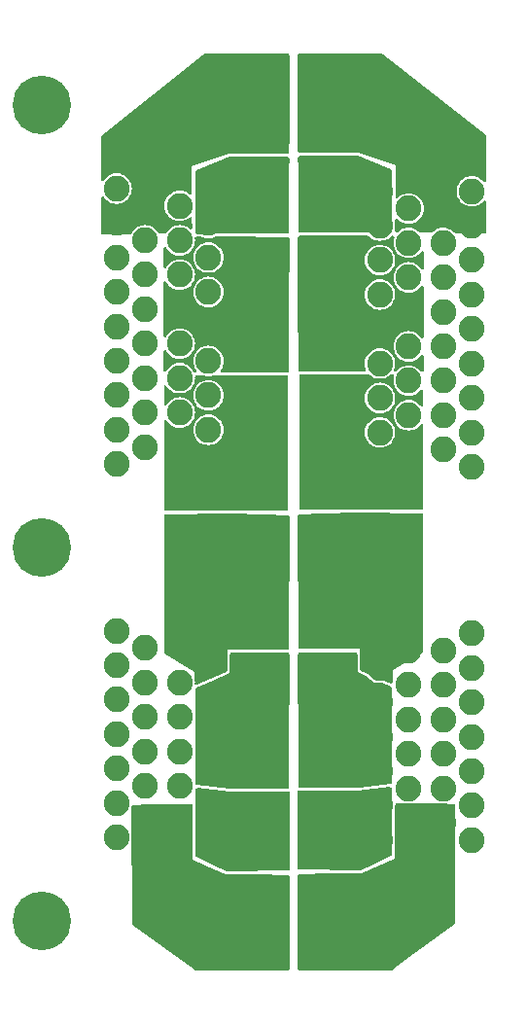
<source format=gbr>
%TF.GenerationSoftware,KiCad,Pcbnew,(6.0.8)*%
%TF.CreationDate,2024-08-14T07:32:42+02:00*%
%TF.ProjectId,FUSE_TestBoard,46555345-5f54-4657-9374-426f6172642e,rev?*%
%TF.SameCoordinates,Original*%
%TF.FileFunction,Copper,L1,Top*%
%TF.FilePolarity,Positive*%
%FSLAX46Y46*%
G04 Gerber Fmt 4.6, Leading zero omitted, Abs format (unit mm)*
G04 Created by KiCad (PCBNEW (6.0.8)) date 2024-08-14 07:32:42*
%MOMM*%
%LPD*%
G01*
G04 APERTURE LIST*
G04 Aperture macros list*
%AMRoundRect*
0 Rectangle with rounded corners*
0 $1 Rounding radius*
0 $2 $3 $4 $5 $6 $7 $8 $9 X,Y pos of 4 corners*
0 Add a 4 corners polygon primitive as box body*
4,1,4,$2,$3,$4,$5,$6,$7,$8,$9,$2,$3,0*
0 Add four circle primitives for the rounded corners*
1,1,$1+$1,$2,$3*
1,1,$1+$1,$4,$5*
1,1,$1+$1,$6,$7*
1,1,$1+$1,$8,$9*
0 Add four rect primitives between the rounded corners*
20,1,$1+$1,$2,$3,$4,$5,0*
20,1,$1+$1,$4,$5,$6,$7,0*
20,1,$1+$1,$6,$7,$8,$9,0*
20,1,$1+$1,$8,$9,$2,$3,0*%
G04 Aperture macros list end*
%TA.AperFunction,ComponentPad*%
%ADD10C,2.250000*%
%TD*%
%TA.AperFunction,SMDPad,CuDef*%
%ADD11RoundRect,0.250001X-0.462499X-0.624999X0.462499X-0.624999X0.462499X0.624999X-0.462499X0.624999X0*%
%TD*%
%TA.AperFunction,ComponentPad*%
%ADD12C,5.100000*%
%TD*%
G04 APERTURE END LIST*
D10*
%TO.P,J2,1,1*%
%TO.N,HP_MOS7_B*%
X183587300Y-85278000D03*
%TO.P,J2,2,2*%
%TO.N,LP_MOS7*%
X186087300Y-86778000D03*
%TO.P,J2,3,3*%
%TO.N,HP_MOS7_B*%
X183587300Y-88278000D03*
%TO.P,J2,4,4*%
%TO.N,unconnected-(J2-Pad4)*%
X186087300Y-89778000D03*
%TO.P,J2,5,5*%
%TO.N,LP_MOS6*%
X183587300Y-91278000D03*
%TO.P,J2,6,6*%
%TO.N,unconnected-(J2-Pad6)*%
X186087300Y-92778000D03*
%TO.P,J2,7,7*%
%TO.N,LP_MOS5*%
X183587300Y-94278000D03*
%TO.P,J2,8,8*%
%TO.N,HP_MOS6_B*%
X186087300Y-95778000D03*
%TO.P,J2,9,9*%
X183587300Y-97278000D03*
%TO.P,J2,10,10*%
%TO.N,GND*%
X186087300Y-98778000D03*
%TO.P,J2,11,11*%
%TO.N,LP_MOS4*%
X183587300Y-100278000D03*
%TO.P,J2,12,12*%
%TO.N,GND*%
X186087300Y-101778000D03*
%TO.P,J2,13,13*%
%TO.N,LP_MOS3*%
X183587300Y-103278000D03*
%TO.P,J2,14,14*%
%TO.N,GND*%
X186087300Y-104778000D03*
%TO.P,J2,15,15*%
%TO.N,LP_MOS2*%
X183587300Y-106278000D03*
%TO.P,J2,16,16*%
%TO.N,HP_MOS5_B*%
X186087300Y-107778000D03*
%TO.P,J2,17,17*%
X183587300Y-109278000D03*
%TO.P,J2,18,18*%
%TO.N,LP_MOS8*%
X191587300Y-85278000D03*
%TO.P,J2,19,19*%
%TO.N,HP_MOS8_B*%
X189087300Y-86778000D03*
%TO.P,J2,20,20*%
X191587300Y-88278000D03*
%TO.P,J2,21,21*%
%TO.N,+12VA*%
X189087300Y-89778000D03*
%TO.P,J2,22,22*%
X191587300Y-91278000D03*
%TO.P,J2,23,23*%
%TO.N,+3.3VP*%
X189087300Y-92778000D03*
%TO.P,J2,24,24*%
X191587300Y-94278000D03*
%TO.P,J2,25,25*%
%TO.N,+5VL*%
X189087300Y-95778000D03*
%TO.P,J2,26,26*%
X191587300Y-97278000D03*
%TO.P,J2,27,27*%
%TO.N,GND*%
X189087300Y-98778000D03*
%TO.P,J2,28,28*%
X191587300Y-100278000D03*
%TO.P,J2,29,29*%
X189087300Y-101778000D03*
%TO.P,J2,30,30*%
X191587300Y-103278000D03*
%TO.P,J2,31,31*%
X189087300Y-104778000D03*
%TO.P,J2,32,32*%
X191587300Y-106278000D03*
%TO.P,J2,33,33*%
%TO.N,SAFETY_IN*%
X189087300Y-107778000D03*
%TO.P,J2,34,34*%
%TO.N,LP_MOS1*%
X191587300Y-109278000D03*
%TO.P,J2,35,35*%
%TO.N,HP_MOS4_B*%
X183587300Y-123778000D03*
%TO.P,J2,36,36*%
X186087300Y-125278000D03*
%TO.P,J2,37,37*%
X183587300Y-126778000D03*
%TO.P,J2,38,38*%
%TO.N,CAN1_L*%
X186087300Y-128278000D03*
%TO.P,J2,39,39*%
%TO.N,HP_MOS3_B*%
X183587300Y-129778000D03*
%TO.P,J2,40,40*%
%TO.N,CAN1_H*%
X186087300Y-131278000D03*
%TO.P,J2,41,41*%
%TO.N,HP_MOS3_B*%
X183587300Y-132778000D03*
%TO.P,J2,42,42*%
%TO.N,CAN2_L*%
X186087300Y-134278000D03*
%TO.P,J2,43,43*%
%TO.N,HP_MOS3_B*%
X183587300Y-135778000D03*
%TO.P,J2,44,44*%
%TO.N,CAN2_H*%
X186087300Y-137278000D03*
%TO.P,J2,45,45*%
%TO.N,HP_MOS2_B*%
X183587300Y-138778000D03*
%TO.P,J2,46,46*%
%TO.N,HP_MOS1_B*%
X186087300Y-140278000D03*
%TO.P,J2,47,47*%
%TO.N,HP_MOS2_B*%
X183587300Y-141778000D03*
%TO.P,J2,48,48*%
%TO.N,ADC_IN1*%
X191587300Y-123778000D03*
%TO.P,J2,49,49*%
%TO.N,ADC_IN2*%
X189087300Y-125278000D03*
%TO.P,J2,50,50*%
%TO.N,ADC_IN3*%
X191587300Y-126778000D03*
%TO.P,J2,51,51*%
%TO.N,ADC_IN4*%
X189087300Y-128278000D03*
%TO.P,J2,52,52*%
%TO.N,CONN_AD_IN5*%
X191587300Y-129778000D03*
%TO.P,J2,53,53*%
%TO.N,CONN_AD_IN6*%
X189087300Y-131278000D03*
%TO.P,J2,54,54*%
%TO.N,CONN_AD_IN7*%
X191587300Y-132778000D03*
%TO.P,J2,55,55*%
%TO.N,CONN_AD_IN8*%
X189087300Y-134278000D03*
%TO.P,J2,56,56*%
%TO.N,GND*%
X191587300Y-135778000D03*
%TO.P,J2,57,57*%
X189087300Y-137278000D03*
%TO.P,J2,58,58*%
X191587300Y-138778000D03*
%TO.P,J2,59,59*%
%TO.N,HP_MOS1_B*%
X189087300Y-140278000D03*
%TO.P,J2,60,60*%
%TO.N,GND*%
X191587300Y-141778000D03*
%TD*%
D11*
%TO.P,F8,1*%
%TO.N,HP_MOS8*%
X174525000Y-80200000D03*
%TO.P,F8,2*%
%TO.N,HP_MOS8_B*%
X177500000Y-80200000D03*
%TD*%
%TO.P,F7,1*%
%TO.N,HP_MOS7*%
X174525000Y-86400000D03*
%TO.P,F7,2*%
%TO.N,HP_MOS7_B*%
X177500000Y-86400000D03*
%TD*%
%TO.P,F6,1*%
%TO.N,HP_MOS6*%
X174525000Y-96700000D03*
%TO.P,F6,2*%
%TO.N,HP_MOS6_B*%
X177500000Y-96700000D03*
%TD*%
%TO.P,F5,1*%
%TO.N,HP_MOS5*%
X174525000Y-108700000D03*
%TO.P,F5,2*%
%TO.N,HP_MOS5_B*%
X177500000Y-108700000D03*
%TD*%
%TO.P,F4,1*%
%TO.N,HP_MOS4*%
X174512500Y-120300000D03*
%TO.P,F4,2*%
%TO.N,HP_MOS4_B*%
X177487500Y-120300000D03*
%TD*%
%TO.P,F3,2*%
%TO.N,HP_MOS3_B*%
X177487500Y-133100000D03*
%TO.P,F3,1*%
%TO.N,HP_MOS3*%
X174512500Y-133100000D03*
%TD*%
%TO.P,F2,1*%
%TO.N,HP_MOS2*%
X174525000Y-139800000D03*
%TO.P,F2,2*%
%TO.N,HP_MOS2_B*%
X177500000Y-139800000D03*
%TD*%
%TO.P,F1,1*%
%TO.N,HP_MOS1*%
X174512500Y-147500000D03*
%TO.P,F1,2*%
%TO.N,HP_MOS1_B*%
X177487500Y-147500000D03*
%TD*%
D10*
%TO.P,J1,1,1*%
%TO.N,HP_MOS7*%
X168650000Y-85050000D03*
%TO.P,J1,2,2*%
%TO.N,LP_MOS7*%
X166150000Y-86550000D03*
%TO.P,J1,3,3*%
%TO.N,HP_MOS7*%
X168650000Y-88050000D03*
%TO.P,J1,4,4*%
%TO.N,unconnected-(J1-Pad4)*%
X166150000Y-89550000D03*
%TO.P,J1,5,5*%
%TO.N,LP_MOS6*%
X168650000Y-91050000D03*
%TO.P,J1,6,6*%
%TO.N,unconnected-(J1-Pad6)*%
X166150000Y-92550000D03*
%TO.P,J1,7,7*%
%TO.N,LP_MOS5*%
X168650000Y-94050000D03*
%TO.P,J1,8,8*%
%TO.N,HP_MOS6*%
X166150000Y-95550000D03*
%TO.P,J1,9,9*%
X168650000Y-97050000D03*
%TO.P,J1,10,10*%
%TO.N,GND*%
X166150000Y-98550000D03*
%TO.P,J1,11,11*%
%TO.N,LP_MOS4*%
X168650000Y-100050000D03*
%TO.P,J1,12,12*%
%TO.N,GND*%
X166150000Y-101550000D03*
%TO.P,J1,13,13*%
%TO.N,LP_MOS3*%
X168650000Y-103050000D03*
%TO.P,J1,14,14*%
%TO.N,GND*%
X166150000Y-104550000D03*
%TO.P,J1,15,15*%
%TO.N,LP_MOS2*%
X168650000Y-106050000D03*
%TO.P,J1,16,16*%
%TO.N,HP_MOS5*%
X166150000Y-107550000D03*
%TO.P,J1,17,17*%
X168650000Y-109050000D03*
%TO.P,J1,18,18*%
%TO.N,LP_MOS8*%
X160650000Y-85050000D03*
%TO.P,J1,19,19*%
%TO.N,HP_MOS8*%
X163150000Y-86550000D03*
%TO.P,J1,20,20*%
X160650000Y-88050000D03*
%TO.P,J1,21,21*%
%TO.N,+12VA*%
X163150000Y-89550000D03*
%TO.P,J1,22,22*%
X160650000Y-91050000D03*
%TO.P,J1,23,23*%
%TO.N,+3.3VP*%
X163150000Y-92550000D03*
%TO.P,J1,24,24*%
X160650000Y-94050000D03*
%TO.P,J1,25,25*%
%TO.N,+5VL*%
X163150000Y-95550000D03*
%TO.P,J1,26,26*%
X160650000Y-97050000D03*
%TO.P,J1,27,27*%
%TO.N,GND*%
X163150000Y-98550000D03*
%TO.P,J1,28,28*%
X160650000Y-100050000D03*
%TO.P,J1,29,29*%
X163150000Y-101550000D03*
%TO.P,J1,30,30*%
X160650000Y-103050000D03*
%TO.P,J1,31,31*%
X163150000Y-104550000D03*
%TO.P,J1,32,32*%
X160650000Y-106050000D03*
%TO.P,J1,33,33*%
%TO.N,SAFETY_IN*%
X163150000Y-107550000D03*
%TO.P,J1,34,34*%
%TO.N,LP_MOS1*%
X160650000Y-109050000D03*
%TO.P,J1,35,35*%
%TO.N,HP_MOS4*%
X168650000Y-123550000D03*
%TO.P,J1,36,36*%
X166150000Y-125050000D03*
%TO.P,J1,37,37*%
X168650000Y-126550000D03*
%TO.P,J1,38,38*%
%TO.N,CAN1_L*%
X166150000Y-128050000D03*
%TO.P,J1,39,39*%
%TO.N,HP_MOS3*%
X168650000Y-129550000D03*
%TO.P,J1,40,40*%
%TO.N,CAN1_H*%
X166150000Y-131050000D03*
%TO.P,J1,41,41*%
%TO.N,HP_MOS3*%
X168650000Y-132550000D03*
%TO.P,J1,42,42*%
%TO.N,CAN2_L*%
X166150000Y-134050000D03*
%TO.P,J1,43,43*%
%TO.N,HP_MOS3*%
X168650000Y-135550000D03*
%TO.P,J1,44,44*%
%TO.N,CAN2_H*%
X166150000Y-137050000D03*
%TO.P,J1,45,45*%
%TO.N,HP_MOS2*%
X168650000Y-138550000D03*
%TO.P,J1,46,46*%
%TO.N,HP_MOS1*%
X166150000Y-140050000D03*
%TO.P,J1,47,47*%
%TO.N,HP_MOS2*%
X168650000Y-141550000D03*
%TO.P,J1,48,48*%
%TO.N,ADC_IN1*%
X160650000Y-123550000D03*
%TO.P,J1,49,49*%
%TO.N,ADC_IN2*%
X163150000Y-125050000D03*
%TO.P,J1,50,50*%
%TO.N,ADC_IN3*%
X160650000Y-126550000D03*
%TO.P,J1,51,51*%
%TO.N,ADC_IN4*%
X163150000Y-128050000D03*
%TO.P,J1,52,52*%
%TO.N,CONN_AD_IN5*%
X160650000Y-129550000D03*
%TO.P,J1,53,53*%
%TO.N,CONN_AD_IN6*%
X163150000Y-131050000D03*
%TO.P,J1,54,54*%
%TO.N,CONN_AD_IN7*%
X160650000Y-132550000D03*
%TO.P,J1,55,55*%
%TO.N,CONN_AD_IN8*%
X163150000Y-134050000D03*
%TO.P,J1,56,56*%
%TO.N,GND*%
X160650000Y-135550000D03*
%TO.P,J1,57,57*%
X163150000Y-137050000D03*
%TO.P,J1,58,58*%
X160650000Y-138550000D03*
%TO.P,J1,59,59*%
%TO.N,HP_MOS1*%
X163150000Y-140050000D03*
%TO.P,J1,60,60*%
%TO.N,GND*%
X160650000Y-141550000D03*
D12*
%TO.P,J1,MH1,MH1*%
%TO.N,unconnected-(J1-PadMH1)*%
X154150000Y-77800000D03*
%TO.P,J1,MH2,MH2*%
%TO.N,unconnected-(J1-PadMH2)*%
X154150000Y-116300000D03*
%TO.P,J1,MH3,MH3*%
%TO.N,unconnected-(J1-PadMH3)*%
X154150000Y-148800000D03*
%TD*%
%TA.AperFunction,Conductor*%
%TO.N,HP_MOS4*%
G36*
X170528436Y-113365253D02*
G01*
X173528662Y-113443284D01*
X175573240Y-113496461D01*
X175640818Y-113518227D01*
X175685900Y-113573073D01*
X175695964Y-113622504D01*
X175688134Y-125059149D01*
X175668085Y-125127256D01*
X175614398Y-125173712D01*
X175562142Y-125185063D01*
X171710609Y-125185321D01*
X170526400Y-125185400D01*
X170524515Y-125185515D01*
X170524504Y-125185515D01*
X170304481Y-125198900D01*
X170286400Y-125200000D01*
X170286400Y-127016800D01*
X170266398Y-127084921D01*
X170209884Y-127132676D01*
X168048999Y-128055474D01*
X167651330Y-128225297D01*
X167580828Y-128233656D01*
X167516998Y-128202570D01*
X167480107Y-128141911D01*
X167476325Y-128098439D01*
X167480084Y-128055474D01*
X167480563Y-128050000D01*
X167460349Y-127818950D01*
X167458925Y-127813635D01*
X167457970Y-127808219D01*
X167458220Y-127808175D01*
X167455041Y-127787390D01*
X167427154Y-127118099D01*
X167426400Y-127100000D01*
X164837274Y-125536754D01*
X164789297Y-125484422D01*
X164776400Y-125428890D01*
X164776400Y-113525240D01*
X164796402Y-113457119D01*
X164850058Y-113410626D01*
X164901637Y-113399242D01*
X170524408Y-113365212D01*
X170528436Y-113365253D01*
G37*
%TD.AperFunction*%
%TD*%
%TA.AperFunction,Conductor*%
%TO.N,HP_MOS5*%
G36*
X167928354Y-101310487D02*
G01*
X168218617Y-101311048D01*
X168250982Y-101315342D01*
X168413629Y-101358924D01*
X168413637Y-101358925D01*
X168418950Y-101360349D01*
X168650000Y-101380563D01*
X168881050Y-101360349D01*
X169042838Y-101316998D01*
X169075689Y-101312705D01*
X173276294Y-101320825D01*
X175476877Y-101325079D01*
X175544959Y-101345213D01*
X175591348Y-101398958D01*
X175602633Y-101451094D01*
X175601263Y-112974512D01*
X175581253Y-113042630D01*
X175527592Y-113089117D01*
X175475439Y-113100497D01*
X164905376Y-113115224D01*
X164837227Y-113095317D01*
X164790659Y-113041726D01*
X164779200Y-112989224D01*
X164779200Y-106050000D01*
X167319437Y-106050000D01*
X167339651Y-106281050D01*
X167399680Y-106505079D01*
X167402005Y-106510064D01*
X167495373Y-106710294D01*
X167495376Y-106710299D01*
X167497699Y-106715281D01*
X167630730Y-106905269D01*
X167794731Y-107069270D01*
X167984718Y-107202301D01*
X167989700Y-107204624D01*
X167989705Y-107204627D01*
X168096616Y-107254480D01*
X168194921Y-107300320D01*
X168418950Y-107360349D01*
X168650000Y-107380563D01*
X168881050Y-107360349D01*
X169105079Y-107300320D01*
X169203384Y-107254480D01*
X169310295Y-107204627D01*
X169310300Y-107204624D01*
X169315282Y-107202301D01*
X169505269Y-107069270D01*
X169669270Y-106905269D01*
X169802301Y-106715281D01*
X169804624Y-106710299D01*
X169804627Y-106710294D01*
X169897995Y-106510064D01*
X169900320Y-106505079D01*
X169960349Y-106281050D01*
X169980563Y-106050000D01*
X169960349Y-105818950D01*
X169900320Y-105594921D01*
X169811884Y-105405269D01*
X169804627Y-105389706D01*
X169804624Y-105389701D01*
X169802301Y-105384719D01*
X169694373Y-105230582D01*
X169672429Y-105199242D01*
X169672427Y-105199239D01*
X169669270Y-105194731D01*
X169505269Y-105030730D01*
X169315282Y-104897699D01*
X169310300Y-104895376D01*
X169310295Y-104895373D01*
X169203384Y-104845520D01*
X169105079Y-104799680D01*
X168881050Y-104739651D01*
X168650000Y-104719437D01*
X168418950Y-104739651D01*
X168194921Y-104799680D01*
X168096771Y-104845448D01*
X167989706Y-104895373D01*
X167989701Y-104895376D01*
X167984719Y-104897699D01*
X167980212Y-104900855D01*
X167980210Y-104900856D01*
X167799242Y-105027571D01*
X167799239Y-105027573D01*
X167794731Y-105030730D01*
X167630730Y-105194731D01*
X167627573Y-105199239D01*
X167627571Y-105199242D01*
X167605627Y-105230582D01*
X167497699Y-105384719D01*
X167495376Y-105389701D01*
X167495373Y-105389706D01*
X167488116Y-105405269D01*
X167399680Y-105594921D01*
X167339651Y-105818950D01*
X167319437Y-106050000D01*
X164779200Y-106050000D01*
X164779200Y-105302853D01*
X164799202Y-105234732D01*
X164852858Y-105188239D01*
X164923132Y-105178135D01*
X164987712Y-105207629D01*
X165008413Y-105230582D01*
X165119833Y-105389706D01*
X165130730Y-105405269D01*
X165294731Y-105569270D01*
X165484718Y-105702301D01*
X165489700Y-105704624D01*
X165489705Y-105704627D01*
X165596616Y-105754480D01*
X165694921Y-105800320D01*
X165918950Y-105860349D01*
X166150000Y-105880563D01*
X166381050Y-105860349D01*
X166605079Y-105800320D01*
X166703384Y-105754480D01*
X166810295Y-105704627D01*
X166810300Y-105704624D01*
X166815282Y-105702301D01*
X167005269Y-105569270D01*
X167169270Y-105405269D01*
X167180168Y-105389706D01*
X167299144Y-105219790D01*
X167299145Y-105219788D01*
X167302301Y-105215281D01*
X167304624Y-105210299D01*
X167304627Y-105210294D01*
X167354552Y-105103229D01*
X167400320Y-105005079D01*
X167460349Y-104781050D01*
X167480563Y-104550000D01*
X167460349Y-104318950D01*
X167400320Y-104094921D01*
X167311884Y-103905269D01*
X167304627Y-103889706D01*
X167304624Y-103889701D01*
X167302301Y-103884719D01*
X167262462Y-103827823D01*
X167172429Y-103699242D01*
X167172427Y-103699239D01*
X167169270Y-103694731D01*
X167005269Y-103530730D01*
X166815282Y-103397699D01*
X166810300Y-103395376D01*
X166810295Y-103395373D01*
X166703384Y-103345520D01*
X166605079Y-103299680D01*
X166381050Y-103239651D01*
X166150000Y-103219437D01*
X165918950Y-103239651D01*
X165694921Y-103299680D01*
X165596771Y-103345448D01*
X165489706Y-103395373D01*
X165489701Y-103395376D01*
X165484719Y-103397699D01*
X165480212Y-103400855D01*
X165480210Y-103400856D01*
X165299242Y-103527571D01*
X165299239Y-103527573D01*
X165294731Y-103530730D01*
X165130730Y-103694731D01*
X165127573Y-103699239D01*
X165127571Y-103699242D01*
X165008413Y-103869418D01*
X164952956Y-103913746D01*
X164882337Y-103921055D01*
X164818976Y-103889024D01*
X164782991Y-103827823D01*
X164779200Y-103797147D01*
X164779200Y-103050000D01*
X167319437Y-103050000D01*
X167339651Y-103281050D01*
X167399680Y-103505079D01*
X167445448Y-103603229D01*
X167495373Y-103710294D01*
X167495376Y-103710299D01*
X167497699Y-103715281D01*
X167500855Y-103719788D01*
X167500856Y-103719790D01*
X167619833Y-103889706D01*
X167630730Y-103905269D01*
X167794731Y-104069270D01*
X167984718Y-104202301D01*
X167989700Y-104204624D01*
X167989705Y-104204627D01*
X168096616Y-104254480D01*
X168194921Y-104300320D01*
X168418950Y-104360349D01*
X168650000Y-104380563D01*
X168881050Y-104360349D01*
X169105079Y-104300320D01*
X169203384Y-104254480D01*
X169310295Y-104204627D01*
X169310300Y-104204624D01*
X169315282Y-104202301D01*
X169505269Y-104069270D01*
X169669270Y-103905269D01*
X169680168Y-103889706D01*
X169799144Y-103719790D01*
X169799145Y-103719788D01*
X169802301Y-103715281D01*
X169804624Y-103710299D01*
X169804627Y-103710294D01*
X169854552Y-103603229D01*
X169900320Y-103505079D01*
X169960349Y-103281050D01*
X169980563Y-103050000D01*
X169960349Y-102818950D01*
X169900320Y-102594921D01*
X169811884Y-102405269D01*
X169804627Y-102389706D01*
X169804624Y-102389701D01*
X169802301Y-102384719D01*
X169694373Y-102230582D01*
X169672429Y-102199242D01*
X169672427Y-102199239D01*
X169669270Y-102194731D01*
X169505269Y-102030730D01*
X169315282Y-101897699D01*
X169310300Y-101895376D01*
X169310295Y-101895373D01*
X169203384Y-101845520D01*
X169105079Y-101799680D01*
X168881050Y-101739651D01*
X168650000Y-101719437D01*
X168418950Y-101739651D01*
X168194921Y-101799680D01*
X168096771Y-101845448D01*
X167989706Y-101895373D01*
X167989701Y-101895376D01*
X167984719Y-101897699D01*
X167980212Y-101900855D01*
X167980210Y-101900856D01*
X167799242Y-102027571D01*
X167799239Y-102027573D01*
X167794731Y-102030730D01*
X167630730Y-102194731D01*
X167627573Y-102199239D01*
X167627571Y-102199242D01*
X167605627Y-102230582D01*
X167497699Y-102384719D01*
X167495376Y-102389701D01*
X167495373Y-102389706D01*
X167488116Y-102405269D01*
X167399680Y-102594921D01*
X167339651Y-102818950D01*
X167319437Y-103050000D01*
X164779200Y-103050000D01*
X164779200Y-102302853D01*
X164799202Y-102234732D01*
X164852858Y-102188239D01*
X164923132Y-102178135D01*
X164987712Y-102207629D01*
X165008413Y-102230582D01*
X165119833Y-102389706D01*
X165130730Y-102405269D01*
X165294731Y-102569270D01*
X165484718Y-102702301D01*
X165489700Y-102704624D01*
X165489705Y-102704627D01*
X165596616Y-102754480D01*
X165694921Y-102800320D01*
X165918950Y-102860349D01*
X166150000Y-102880563D01*
X166381050Y-102860349D01*
X166605079Y-102800320D01*
X166703384Y-102754480D01*
X166810295Y-102704627D01*
X166810300Y-102704624D01*
X166815282Y-102702301D01*
X167005269Y-102569270D01*
X167169270Y-102405269D01*
X167180168Y-102389706D01*
X167299144Y-102219790D01*
X167299145Y-102219788D01*
X167302301Y-102215281D01*
X167304624Y-102210299D01*
X167304627Y-102210294D01*
X167354552Y-102103229D01*
X167400320Y-102005079D01*
X167460349Y-101781050D01*
X167480563Y-101550000D01*
X167471537Y-101446829D01*
X167485526Y-101377224D01*
X167534926Y-101326232D01*
X167597301Y-101309848D01*
X167928354Y-101310487D01*
G37*
%TD.AperFunction*%
%TD*%
%TA.AperFunction,Conductor*%
%TO.N,HP_MOS2*%
G36*
X170513124Y-137549504D02*
G01*
X170513133Y-137549504D01*
X170516400Y-137549843D01*
X175642204Y-137544357D01*
X175710345Y-137564286D01*
X175756896Y-137617892D01*
X175768333Y-137671485D01*
X175708860Y-144312370D01*
X175688249Y-144380309D01*
X175634179Y-144426320D01*
X175583541Y-144437240D01*
X170269837Y-144465736D01*
X170215929Y-144453941D01*
X168995187Y-143884932D01*
X167573068Y-143222057D01*
X167519776Y-143175149D01*
X167500312Y-143106175D01*
X167549216Y-139438386D01*
X167549226Y-139437638D01*
X167530325Y-137617892D01*
X167527867Y-137381192D01*
X167547160Y-137312867D01*
X167600330Y-137265819D01*
X167666847Y-137254554D01*
X170513124Y-137549504D01*
G37*
%TD.AperFunction*%
%TD*%
%TA.AperFunction,Conductor*%
%TO.N,HP_MOS6*%
G36*
X168044153Y-89242977D02*
G01*
X168097263Y-89254782D01*
X168132529Y-89271226D01*
X168189936Y-89297996D01*
X168189941Y-89297998D01*
X168194921Y-89300320D01*
X168418950Y-89360349D01*
X168650000Y-89380563D01*
X168881050Y-89360349D01*
X169105079Y-89300320D01*
X169199920Y-89256095D01*
X169253307Y-89244290D01*
X169997586Y-89245098D01*
X175572170Y-89251150D01*
X175640268Y-89271226D01*
X175686702Y-89324932D01*
X175698032Y-89377310D01*
X175690327Y-95358926D01*
X175683156Y-100925834D01*
X175663066Y-100993929D01*
X175609351Y-101040353D01*
X175557141Y-101051672D01*
X173694833Y-101051453D01*
X169809259Y-101050996D01*
X169741142Y-101030986D01*
X169694655Y-100977325D01*
X169684560Y-100907050D01*
X169706062Y-100852726D01*
X169799141Y-100719795D01*
X169799144Y-100719789D01*
X169802301Y-100715281D01*
X169804624Y-100710299D01*
X169804627Y-100710294D01*
X169854552Y-100603229D01*
X169900320Y-100505079D01*
X169960349Y-100281050D01*
X169980563Y-100050000D01*
X169960349Y-99818950D01*
X169900320Y-99594921D01*
X169811884Y-99405269D01*
X169804627Y-99389706D01*
X169804624Y-99389701D01*
X169802301Y-99384719D01*
X169708476Y-99250723D01*
X169672429Y-99199242D01*
X169672427Y-99199239D01*
X169669270Y-99194731D01*
X169505269Y-99030730D01*
X169315282Y-98897699D01*
X169310300Y-98895376D01*
X169310295Y-98895373D01*
X169203384Y-98845520D01*
X169105079Y-98799680D01*
X168881050Y-98739651D01*
X168650000Y-98719437D01*
X168418950Y-98739651D01*
X168194921Y-98799680D01*
X168096771Y-98845448D01*
X167989706Y-98895373D01*
X167989701Y-98895376D01*
X167984719Y-98897699D01*
X167980212Y-98900855D01*
X167980210Y-98900856D01*
X167799242Y-99027571D01*
X167799239Y-99027573D01*
X167794731Y-99030730D01*
X167630730Y-99194731D01*
X167627573Y-99199239D01*
X167627571Y-99199242D01*
X167591524Y-99250723D01*
X167497699Y-99384719D01*
X167495376Y-99389701D01*
X167495373Y-99389706D01*
X167488116Y-99405269D01*
X167399680Y-99594921D01*
X167339651Y-99818950D01*
X167319437Y-100050000D01*
X167339651Y-100281050D01*
X167399680Y-100505079D01*
X167445448Y-100603229D01*
X167495373Y-100710294D01*
X167495376Y-100710299D01*
X167497699Y-100715281D01*
X167500855Y-100719788D01*
X167500856Y-100719790D01*
X167593747Y-100852452D01*
X167616435Y-100919726D01*
X167599150Y-100988587D01*
X167547380Y-101037171D01*
X167490519Y-101050723D01*
X167466001Y-101050720D01*
X167459963Y-101050719D01*
X167391844Y-101030708D01*
X167345784Y-100977969D01*
X167304627Y-100889706D01*
X167304624Y-100889701D01*
X167302301Y-100884719D01*
X167299144Y-100880210D01*
X167172429Y-100699242D01*
X167172427Y-100699239D01*
X167169270Y-100694731D01*
X167005269Y-100530730D01*
X166815282Y-100397699D01*
X166810300Y-100395376D01*
X166810295Y-100395373D01*
X166703384Y-100345520D01*
X166605079Y-100299680D01*
X166381050Y-100239651D01*
X166150000Y-100219437D01*
X165918950Y-100239651D01*
X165694921Y-100299680D01*
X165596771Y-100345448D01*
X165489706Y-100395373D01*
X165489701Y-100395376D01*
X165484719Y-100397699D01*
X165480212Y-100400855D01*
X165480210Y-100400856D01*
X165299242Y-100527571D01*
X165299239Y-100527573D01*
X165294731Y-100530730D01*
X165130730Y-100694731D01*
X165127573Y-100699239D01*
X165127571Y-100699242D01*
X165000856Y-100880210D01*
X164997699Y-100884719D01*
X164995376Y-100889701D01*
X164995373Y-100889706D01*
X164989395Y-100902527D01*
X164942478Y-100955812D01*
X164874200Y-100975273D01*
X164806241Y-100954731D01*
X164760175Y-100900708D01*
X164749200Y-100849277D01*
X164749200Y-99250723D01*
X164769202Y-99182602D01*
X164822858Y-99136109D01*
X164893132Y-99126005D01*
X164957712Y-99155499D01*
X164989395Y-99197473D01*
X164995373Y-99210294D01*
X164995376Y-99210299D01*
X164997699Y-99215281D01*
X165000855Y-99219788D01*
X165000856Y-99219790D01*
X165119833Y-99389706D01*
X165130730Y-99405269D01*
X165294731Y-99569270D01*
X165484718Y-99702301D01*
X165489700Y-99704624D01*
X165489705Y-99704627D01*
X165596616Y-99754480D01*
X165694921Y-99800320D01*
X165918950Y-99860349D01*
X166150000Y-99880563D01*
X166381050Y-99860349D01*
X166605079Y-99800320D01*
X166703384Y-99754480D01*
X166810295Y-99704627D01*
X166810300Y-99704624D01*
X166815282Y-99702301D01*
X167005269Y-99569270D01*
X167169270Y-99405269D01*
X167180168Y-99389706D01*
X167299144Y-99219790D01*
X167299145Y-99219788D01*
X167302301Y-99215281D01*
X167304624Y-99210299D01*
X167304627Y-99210294D01*
X167354552Y-99103229D01*
X167400320Y-99005079D01*
X167460349Y-98781050D01*
X167480563Y-98550000D01*
X167460349Y-98318950D01*
X167400320Y-98094921D01*
X167309757Y-97900708D01*
X167304627Y-97889706D01*
X167304624Y-97889701D01*
X167302301Y-97884719D01*
X167299144Y-97880210D01*
X167172429Y-97699242D01*
X167172427Y-97699239D01*
X167169270Y-97694731D01*
X167005269Y-97530730D01*
X166815282Y-97397699D01*
X166810300Y-97395376D01*
X166810295Y-97395373D01*
X166703384Y-97345520D01*
X166605079Y-97299680D01*
X166381050Y-97239651D01*
X166150000Y-97219437D01*
X165918950Y-97239651D01*
X165694921Y-97299680D01*
X165596771Y-97345448D01*
X165489706Y-97395373D01*
X165489701Y-97395376D01*
X165484719Y-97397699D01*
X165480212Y-97400855D01*
X165480210Y-97400856D01*
X165299242Y-97527571D01*
X165299239Y-97527573D01*
X165294731Y-97530730D01*
X165130730Y-97694731D01*
X165127573Y-97699239D01*
X165127571Y-97699242D01*
X165000856Y-97880210D01*
X164997699Y-97884719D01*
X164995376Y-97889701D01*
X164995373Y-97889706D01*
X164989395Y-97902527D01*
X164942478Y-97955812D01*
X164874200Y-97975273D01*
X164806241Y-97954731D01*
X164760175Y-97900708D01*
X164749200Y-97849277D01*
X164749200Y-94050000D01*
X167319437Y-94050000D01*
X167339651Y-94281050D01*
X167399680Y-94505079D01*
X167402005Y-94510064D01*
X167495373Y-94710294D01*
X167495376Y-94710299D01*
X167497699Y-94715281D01*
X167630730Y-94905269D01*
X167794731Y-95069270D01*
X167984718Y-95202301D01*
X167989700Y-95204624D01*
X167989705Y-95204627D01*
X168096616Y-95254480D01*
X168194921Y-95300320D01*
X168418950Y-95360349D01*
X168650000Y-95380563D01*
X168881050Y-95360349D01*
X169105079Y-95300320D01*
X169203384Y-95254480D01*
X169310295Y-95204627D01*
X169310300Y-95204624D01*
X169315282Y-95202301D01*
X169505269Y-95069270D01*
X169669270Y-94905269D01*
X169802301Y-94715281D01*
X169804624Y-94710299D01*
X169804627Y-94710294D01*
X169897995Y-94510064D01*
X169900320Y-94505079D01*
X169960349Y-94281050D01*
X169980563Y-94050000D01*
X169960349Y-93818950D01*
X169900320Y-93594921D01*
X169811884Y-93405269D01*
X169804627Y-93389706D01*
X169804624Y-93389701D01*
X169802301Y-93384719D01*
X169708476Y-93250723D01*
X169672429Y-93199242D01*
X169672427Y-93199239D01*
X169669270Y-93194731D01*
X169505269Y-93030730D01*
X169315282Y-92897699D01*
X169310300Y-92895376D01*
X169310295Y-92895373D01*
X169203384Y-92845520D01*
X169105079Y-92799680D01*
X168881050Y-92739651D01*
X168650000Y-92719437D01*
X168418950Y-92739651D01*
X168194921Y-92799680D01*
X168096771Y-92845448D01*
X167989706Y-92895373D01*
X167989701Y-92895376D01*
X167984719Y-92897699D01*
X167980212Y-92900855D01*
X167980210Y-92900856D01*
X167799242Y-93027571D01*
X167799239Y-93027573D01*
X167794731Y-93030730D01*
X167630730Y-93194731D01*
X167627573Y-93199239D01*
X167627571Y-93199242D01*
X167591524Y-93250723D01*
X167497699Y-93384719D01*
X167495376Y-93389701D01*
X167495373Y-93389706D01*
X167488116Y-93405269D01*
X167399680Y-93594921D01*
X167339651Y-93818950D01*
X167319437Y-94050000D01*
X164749200Y-94050000D01*
X164749200Y-93250723D01*
X164769202Y-93182602D01*
X164822858Y-93136109D01*
X164893132Y-93126005D01*
X164957712Y-93155499D01*
X164989395Y-93197473D01*
X164995373Y-93210294D01*
X164995376Y-93210299D01*
X164997699Y-93215281D01*
X165000855Y-93219788D01*
X165000856Y-93219790D01*
X165119833Y-93389706D01*
X165130730Y-93405269D01*
X165294731Y-93569270D01*
X165484718Y-93702301D01*
X165489700Y-93704624D01*
X165489705Y-93704627D01*
X165596616Y-93754480D01*
X165694921Y-93800320D01*
X165918950Y-93860349D01*
X166150000Y-93880563D01*
X166381050Y-93860349D01*
X166605079Y-93800320D01*
X166703384Y-93754480D01*
X166810295Y-93704627D01*
X166810300Y-93704624D01*
X166815282Y-93702301D01*
X167005269Y-93569270D01*
X167169270Y-93405269D01*
X167180168Y-93389706D01*
X167299144Y-93219790D01*
X167299145Y-93219788D01*
X167302301Y-93215281D01*
X167304624Y-93210299D01*
X167304627Y-93210294D01*
X167354552Y-93103229D01*
X167400320Y-93005079D01*
X167460349Y-92781050D01*
X167480563Y-92550000D01*
X167460349Y-92318950D01*
X167400320Y-92094921D01*
X167310605Y-91902527D01*
X167304627Y-91889706D01*
X167304624Y-91889701D01*
X167302301Y-91884719D01*
X167299144Y-91880210D01*
X167172429Y-91699242D01*
X167172427Y-91699239D01*
X167169270Y-91694731D01*
X167005269Y-91530730D01*
X166815282Y-91397699D01*
X166810300Y-91395376D01*
X166810295Y-91395373D01*
X166703384Y-91345520D01*
X166605079Y-91299680D01*
X166381050Y-91239651D01*
X166150000Y-91219437D01*
X165918950Y-91239651D01*
X165694921Y-91299680D01*
X165596771Y-91345448D01*
X165489706Y-91395373D01*
X165489701Y-91395376D01*
X165484719Y-91397699D01*
X165480212Y-91400855D01*
X165480210Y-91400856D01*
X165299242Y-91527571D01*
X165299239Y-91527573D01*
X165294731Y-91530730D01*
X165130730Y-91694731D01*
X165127573Y-91699239D01*
X165127571Y-91699242D01*
X165000856Y-91880210D01*
X164997699Y-91884719D01*
X164995376Y-91889701D01*
X164995373Y-91889706D01*
X164989395Y-91902527D01*
X164942478Y-91955812D01*
X164874200Y-91975273D01*
X164806241Y-91954731D01*
X164760175Y-91900708D01*
X164749200Y-91849277D01*
X164749200Y-91050000D01*
X167319437Y-91050000D01*
X167339651Y-91281050D01*
X167399680Y-91505079D01*
X167445448Y-91603229D01*
X167495373Y-91710294D01*
X167495376Y-91710299D01*
X167497699Y-91715281D01*
X167500855Y-91719788D01*
X167500856Y-91719790D01*
X167619833Y-91889706D01*
X167630730Y-91905269D01*
X167794731Y-92069270D01*
X167984718Y-92202301D01*
X167989700Y-92204624D01*
X167989705Y-92204627D01*
X168096616Y-92254480D01*
X168194921Y-92300320D01*
X168418950Y-92360349D01*
X168650000Y-92380563D01*
X168881050Y-92360349D01*
X169105079Y-92300320D01*
X169203384Y-92254480D01*
X169310295Y-92204627D01*
X169310300Y-92204624D01*
X169315282Y-92202301D01*
X169505269Y-92069270D01*
X169669270Y-91905269D01*
X169680168Y-91889706D01*
X169799144Y-91719790D01*
X169799145Y-91719788D01*
X169802301Y-91715281D01*
X169804624Y-91710299D01*
X169804627Y-91710294D01*
X169854552Y-91603229D01*
X169900320Y-91505079D01*
X169960349Y-91281050D01*
X169980563Y-91050000D01*
X169960349Y-90818950D01*
X169900320Y-90594921D01*
X169811884Y-90405269D01*
X169804627Y-90389706D01*
X169804624Y-90389701D01*
X169802301Y-90384719D01*
X169708476Y-90250723D01*
X169672429Y-90199242D01*
X169672427Y-90199239D01*
X169669270Y-90194731D01*
X169505269Y-90030730D01*
X169315282Y-89897699D01*
X169310300Y-89895376D01*
X169310295Y-89895373D01*
X169203384Y-89845520D01*
X169105079Y-89799680D01*
X168881050Y-89739651D01*
X168650000Y-89719437D01*
X168418950Y-89739651D01*
X168194921Y-89799680D01*
X168096771Y-89845448D01*
X167989706Y-89895373D01*
X167989701Y-89895376D01*
X167984719Y-89897699D01*
X167980212Y-89900855D01*
X167980210Y-89900856D01*
X167799242Y-90027571D01*
X167799239Y-90027573D01*
X167794731Y-90030730D01*
X167630730Y-90194731D01*
X167627573Y-90199239D01*
X167627571Y-90199242D01*
X167591524Y-90250723D01*
X167497699Y-90384719D01*
X167495376Y-90389701D01*
X167495373Y-90389706D01*
X167488116Y-90405269D01*
X167399680Y-90594921D01*
X167339651Y-90818950D01*
X167319437Y-91050000D01*
X164749200Y-91050000D01*
X164749200Y-90250723D01*
X164769202Y-90182602D01*
X164822858Y-90136109D01*
X164893132Y-90126005D01*
X164957712Y-90155499D01*
X164989395Y-90197473D01*
X164995373Y-90210294D01*
X164995376Y-90210299D01*
X164997699Y-90215281D01*
X165000855Y-90219788D01*
X165000856Y-90219790D01*
X165119833Y-90389706D01*
X165130730Y-90405269D01*
X165294731Y-90569270D01*
X165484718Y-90702301D01*
X165489700Y-90704624D01*
X165489705Y-90704627D01*
X165596616Y-90754480D01*
X165694921Y-90800320D01*
X165918950Y-90860349D01*
X166150000Y-90880563D01*
X166381050Y-90860349D01*
X166605079Y-90800320D01*
X166703384Y-90754480D01*
X166810295Y-90704627D01*
X166810300Y-90704624D01*
X166815282Y-90702301D01*
X167005269Y-90569270D01*
X167169270Y-90405269D01*
X167180168Y-90389706D01*
X167299144Y-90219790D01*
X167299145Y-90219788D01*
X167302301Y-90215281D01*
X167304624Y-90210299D01*
X167304627Y-90210294D01*
X167354552Y-90103229D01*
X167400320Y-90005079D01*
X167460349Y-89781050D01*
X167480563Y-89550000D01*
X167465643Y-89379465D01*
X167479632Y-89309862D01*
X167529032Y-89258870D01*
X167591299Y-89242486D01*
X168044153Y-89242977D01*
G37*
%TD.AperFunction*%
%TD*%
%TA.AperFunction,Conductor*%
%TO.N,HP_MOS1*%
G36*
X167237775Y-138690333D02*
G01*
X167284570Y-138743725D01*
X167296253Y-138796858D01*
X167290794Y-143500000D01*
X167307815Y-143507492D01*
X167307816Y-143507492D01*
X168379972Y-143979372D01*
X170176397Y-144770019D01*
X172972658Y-144785197D01*
X175574684Y-144799320D01*
X175642695Y-144819691D01*
X175688896Y-144873599D01*
X175700000Y-144925318D01*
X175700000Y-152974000D01*
X175679998Y-153042121D01*
X175626342Y-153088614D01*
X175574000Y-153100000D01*
X167540974Y-153100000D01*
X167472853Y-153079998D01*
X167466864Y-153075901D01*
X162051745Y-149137633D01*
X162008418Y-149081390D01*
X161999855Y-149036018D01*
X161976685Y-138825576D01*
X161996533Y-138757410D01*
X162050083Y-138710795D01*
X162101974Y-138699292D01*
X163388357Y-138692038D01*
X167169543Y-138670715D01*
X167237775Y-138690333D01*
G37*
%TD.AperFunction*%
%TD*%
%TA.AperFunction,Conductor*%
%TO.N,HP_MOS3*%
G36*
X175642121Y-125470002D02*
G01*
X175688614Y-125523658D01*
X175700000Y-125576000D01*
X175700000Y-128523370D01*
X175699998Y-128524000D01*
X175684800Y-131561200D01*
X175684800Y-137159400D01*
X175664798Y-137227521D01*
X175611142Y-137274014D01*
X175558800Y-137285400D01*
X170526237Y-137285400D01*
X170512204Y-137284616D01*
X167638367Y-136962548D01*
X167572898Y-136935084D01*
X167532670Y-136876584D01*
X167526400Y-136837332D01*
X167526400Y-128632722D01*
X167546402Y-128564601D01*
X167602301Y-128517110D01*
X169056040Y-127887156D01*
X170526400Y-127250000D01*
X170519706Y-125576504D01*
X170539435Y-125508304D01*
X170592905Y-125461597D01*
X170645705Y-125450000D01*
X175574000Y-125450000D01*
X175642121Y-125470002D01*
G37*
%TD.AperFunction*%
%TD*%
%TA.AperFunction,Conductor*%
%TO.N,HP_MOS8*%
G36*
X175641997Y-73320002D02*
G01*
X175688490Y-73373658D01*
X175699876Y-73426122D01*
X175692895Y-80500000D01*
X175691521Y-81892638D01*
X175671452Y-81960739D01*
X175617750Y-82007179D01*
X175565774Y-82018514D01*
X170377667Y-82028873D01*
X167193462Y-83089100D01*
X167193549Y-83102230D01*
X167208959Y-85431233D01*
X167189408Y-85499485D01*
X167136061Y-85546332D01*
X167065856Y-85556900D01*
X167005633Y-85530210D01*
X167005269Y-85530730D01*
X167002617Y-85528873D01*
X166815282Y-85397699D01*
X166810300Y-85395376D01*
X166810295Y-85395373D01*
X166703384Y-85345520D01*
X166605079Y-85299680D01*
X166381050Y-85239651D01*
X166150000Y-85219437D01*
X165918950Y-85239651D01*
X165694921Y-85299680D01*
X165635302Y-85327481D01*
X165489706Y-85395373D01*
X165489701Y-85395376D01*
X165484719Y-85397699D01*
X165480212Y-85400855D01*
X165480210Y-85400856D01*
X165299242Y-85527571D01*
X165299239Y-85527573D01*
X165294731Y-85530730D01*
X165130730Y-85694731D01*
X165127573Y-85699239D01*
X165127571Y-85699242D01*
X165018317Y-85855273D01*
X164997699Y-85884719D01*
X164995376Y-85889701D01*
X164995373Y-85889706D01*
X164988116Y-85905269D01*
X164899680Y-86094921D01*
X164839651Y-86318950D01*
X164819437Y-86550000D01*
X164839651Y-86781050D01*
X164899680Y-87005079D01*
X164934072Y-87078832D01*
X164995373Y-87210294D01*
X164995376Y-87210299D01*
X164997699Y-87215281D01*
X165000855Y-87219788D01*
X165000856Y-87219790D01*
X165116341Y-87384719D01*
X165130730Y-87405269D01*
X165294731Y-87569270D01*
X165299239Y-87572427D01*
X165299242Y-87572429D01*
X165331364Y-87594921D01*
X165484718Y-87702301D01*
X165489700Y-87704624D01*
X165489705Y-87704627D01*
X165596616Y-87754480D01*
X165694921Y-87800320D01*
X165918950Y-87860349D01*
X166150000Y-87880563D01*
X166381050Y-87860349D01*
X166605079Y-87800320D01*
X166703384Y-87754480D01*
X166810295Y-87704627D01*
X166810300Y-87704624D01*
X166815282Y-87702301D01*
X166968636Y-87594921D01*
X167000758Y-87572429D01*
X167000761Y-87572427D01*
X167005269Y-87569270D01*
X167009166Y-87565373D01*
X167013369Y-87561846D01*
X167014232Y-87562874D01*
X167070888Y-87531937D01*
X167141703Y-87537002D01*
X167198539Y-87579549D01*
X167223350Y-87646069D01*
X167223668Y-87654224D01*
X167228929Y-88449369D01*
X167209378Y-88517621D01*
X167156031Y-88564468D01*
X167085826Y-88575036D01*
X167021051Y-88545971D01*
X167013837Y-88539298D01*
X167005269Y-88530730D01*
X166815282Y-88397699D01*
X166810300Y-88395376D01*
X166810295Y-88395373D01*
X166703384Y-88345520D01*
X166605079Y-88299680D01*
X166381050Y-88239651D01*
X166150000Y-88219437D01*
X165918950Y-88239651D01*
X165694921Y-88299680D01*
X165596771Y-88345448D01*
X165489706Y-88395373D01*
X165489701Y-88395376D01*
X165484719Y-88397699D01*
X165480212Y-88400855D01*
X165480210Y-88400856D01*
X165299242Y-88527571D01*
X165299239Y-88527573D01*
X165294731Y-88530730D01*
X165130730Y-88694731D01*
X165127573Y-88699239D01*
X165127571Y-88699242D01*
X165000856Y-88880210D01*
X164997699Y-88884719D01*
X164995374Y-88889706D01*
X164995373Y-88889707D01*
X164984216Y-88913633D01*
X164937298Y-88966918D01*
X164870829Y-88986380D01*
X164825207Y-88986673D01*
X164432099Y-88989194D01*
X164363852Y-88969630D01*
X164317096Y-88916447D01*
X164304627Y-88889706D01*
X164304623Y-88889699D01*
X164302301Y-88884719D01*
X164299144Y-88880210D01*
X164172429Y-88699242D01*
X164172427Y-88699239D01*
X164169270Y-88694731D01*
X164005269Y-88530730D01*
X163815282Y-88397699D01*
X163810300Y-88395376D01*
X163810295Y-88395373D01*
X163703384Y-88345520D01*
X163605079Y-88299680D01*
X163381050Y-88239651D01*
X163150000Y-88219437D01*
X162918950Y-88239651D01*
X162694921Y-88299680D01*
X162596771Y-88345448D01*
X162489706Y-88395373D01*
X162489701Y-88395376D01*
X162484719Y-88397699D01*
X162480212Y-88400855D01*
X162480210Y-88400856D01*
X162299242Y-88527571D01*
X162299239Y-88527573D01*
X162294731Y-88530730D01*
X162130730Y-88694731D01*
X162127573Y-88699239D01*
X162127571Y-88699242D01*
X162054308Y-88803873D01*
X161997699Y-88884719D01*
X161988117Y-88905269D01*
X161975214Y-88932939D01*
X161928296Y-88986224D01*
X161861827Y-89005686D01*
X159451338Y-89021152D01*
X159383092Y-89001588D01*
X159336256Y-88948232D01*
X159324532Y-88895523D01*
X159315648Y-85855273D01*
X159335450Y-85787094D01*
X159388970Y-85740445D01*
X159459214Y-85730136D01*
X159523881Y-85759440D01*
X159544860Y-85782634D01*
X159619833Y-85889706D01*
X159630730Y-85905269D01*
X159794731Y-86069270D01*
X159984718Y-86202301D01*
X159989700Y-86204624D01*
X159989705Y-86204627D01*
X160096616Y-86254480D01*
X160194921Y-86300320D01*
X160418950Y-86360349D01*
X160650000Y-86380563D01*
X160881050Y-86360349D01*
X161105079Y-86300320D01*
X161203384Y-86254480D01*
X161310295Y-86204627D01*
X161310300Y-86204624D01*
X161315282Y-86202301D01*
X161505269Y-86069270D01*
X161669270Y-85905269D01*
X161680168Y-85889706D01*
X161799144Y-85719790D01*
X161799145Y-85719788D01*
X161802301Y-85715281D01*
X161804624Y-85710299D01*
X161804627Y-85710294D01*
X161854552Y-85603229D01*
X161900320Y-85505079D01*
X161960349Y-85281050D01*
X161980563Y-85050000D01*
X161960349Y-84818950D01*
X161900320Y-84594921D01*
X161854552Y-84496771D01*
X161804627Y-84389706D01*
X161804624Y-84389701D01*
X161802301Y-84384719D01*
X161790863Y-84368384D01*
X161672429Y-84199242D01*
X161672427Y-84199239D01*
X161669270Y-84194731D01*
X161505269Y-84030730D01*
X161315282Y-83897699D01*
X161310300Y-83895376D01*
X161310295Y-83895373D01*
X161203384Y-83845520D01*
X161105079Y-83799680D01*
X160881050Y-83739651D01*
X160650000Y-83719437D01*
X160418950Y-83739651D01*
X160194921Y-83799680D01*
X160096771Y-83845448D01*
X159989706Y-83895373D01*
X159989701Y-83895376D01*
X159984719Y-83897699D01*
X159980212Y-83900855D01*
X159980210Y-83900856D01*
X159799242Y-84027571D01*
X159799239Y-84027573D01*
X159794731Y-84030730D01*
X159630730Y-84194731D01*
X159627572Y-84199241D01*
X159627567Y-84199247D01*
X159540176Y-84324055D01*
X159484719Y-84368384D01*
X159414100Y-84375693D01*
X159350739Y-84343663D01*
X159314754Y-84282461D01*
X159310964Y-84252153D01*
X159300178Y-80560785D01*
X159319980Y-80492606D01*
X159347465Y-80462028D01*
X168142345Y-73426124D01*
X168265487Y-73327611D01*
X168331175Y-73300675D01*
X168344198Y-73300000D01*
X175573876Y-73300000D01*
X175641997Y-73320002D01*
G37*
%TD.AperFunction*%
%TD*%
%TA.AperFunction,Conductor*%
%TO.N,HP_MOS7*%
G36*
X172995880Y-82285030D02*
G01*
X175572721Y-82299295D01*
X175640728Y-82319674D01*
X175686924Y-82373586D01*
X175698007Y-82427264D01*
X175684800Y-83270400D01*
X175684800Y-88859400D01*
X175664798Y-88927521D01*
X175611142Y-88974014D01*
X175558800Y-88985400D01*
X170519200Y-88985400D01*
X167657466Y-88999306D01*
X167589250Y-88979635D01*
X167542497Y-88926206D01*
X167530855Y-88873078D01*
X167540471Y-83584050D01*
X167560597Y-83515966D01*
X167618285Y-83467857D01*
X170485909Y-82280981D01*
X170534793Y-82271405D01*
X172995880Y-82285030D01*
G37*
%TD.AperFunction*%
%TD*%
%TA.AperFunction,Conductor*%
%TO.N,HP_MOS1_B*%
G36*
X185479590Y-138588497D02*
G01*
X185878858Y-138590748D01*
X185889121Y-138591225D01*
X186087300Y-138608563D01*
X186260150Y-138593441D01*
X186271831Y-138592964D01*
X188875284Y-138607645D01*
X190044178Y-138614237D01*
X190112184Y-138634623D01*
X190158374Y-138688540D01*
X190169467Y-138740521D01*
X190146295Y-148951894D01*
X190126138Y-149019969D01*
X190095601Y-149052628D01*
X186184089Y-151968483D01*
X184815177Y-152988945D01*
X184679662Y-153089965D01*
X184613092Y-153114642D01*
X184604356Y-153114945D01*
X176572152Y-153114945D01*
X176504031Y-153094943D01*
X176457538Y-153041287D01*
X176446152Y-152988945D01*
X176446152Y-144840263D01*
X176466154Y-144772142D01*
X176519810Y-144725649D01*
X176571468Y-144714265D01*
X179173494Y-144700142D01*
X181969755Y-144684964D01*
X184855358Y-143414945D01*
X184853935Y-142188926D01*
X184858228Y-142156168D01*
X184896226Y-142014360D01*
X184897649Y-142009050D01*
X184917863Y-141778000D01*
X184897649Y-141546950D01*
X184857269Y-141396250D01*
X184852977Y-141363794D01*
X184850468Y-139201865D01*
X184854761Y-139169107D01*
X184867607Y-139121168D01*
X184897649Y-139009050D01*
X184917863Y-138778000D01*
X184914584Y-138740521D01*
X184913051Y-138722993D01*
X184927041Y-138653388D01*
X184976440Y-138602396D01*
X185039282Y-138586014D01*
X185479590Y-138588497D01*
G37*
%TD.AperFunction*%
%TD*%
%TA.AperFunction,Conductor*%
%TO.N,HP_MOS6_B*%
G36*
X184785847Y-89177182D02*
G01*
X184832398Y-89230788D01*
X184842578Y-89301051D01*
X184837240Y-89322364D01*
X184836980Y-89322921D01*
X184776951Y-89546950D01*
X184756737Y-89778000D01*
X184776951Y-90009050D01*
X184836980Y-90233079D01*
X184882748Y-90331229D01*
X184932673Y-90438294D01*
X184932676Y-90438299D01*
X184934999Y-90443281D01*
X184938155Y-90447788D01*
X184938156Y-90447790D01*
X185057133Y-90617706D01*
X185068030Y-90633269D01*
X185232031Y-90797270D01*
X185422018Y-90930301D01*
X185427000Y-90932624D01*
X185427005Y-90932627D01*
X185533916Y-90982480D01*
X185632221Y-91028320D01*
X185856250Y-91088349D01*
X186087300Y-91108563D01*
X186318350Y-91088349D01*
X186542379Y-91028320D01*
X186640684Y-90982480D01*
X186747595Y-90932627D01*
X186747600Y-90932624D01*
X186752582Y-90930301D01*
X186942569Y-90797270D01*
X187106570Y-90633269D01*
X187117468Y-90617706D01*
X187167739Y-90545911D01*
X187223196Y-90501583D01*
X187293816Y-90494274D01*
X187357176Y-90526305D01*
X187393161Y-90587506D01*
X187396952Y-90618182D01*
X187396952Y-91937818D01*
X187376950Y-92005939D01*
X187323294Y-92052432D01*
X187253020Y-92062536D01*
X187188440Y-92033042D01*
X187167739Y-92010089D01*
X187109729Y-91927242D01*
X187109727Y-91927239D01*
X187106570Y-91922731D01*
X186942569Y-91758730D01*
X186752582Y-91625699D01*
X186747600Y-91623376D01*
X186747595Y-91623373D01*
X186640684Y-91573520D01*
X186542379Y-91527680D01*
X186318350Y-91467651D01*
X186087300Y-91447437D01*
X185856250Y-91467651D01*
X185632221Y-91527680D01*
X185534071Y-91573448D01*
X185427006Y-91623373D01*
X185427001Y-91623376D01*
X185422019Y-91625699D01*
X185417512Y-91628855D01*
X185417510Y-91628856D01*
X185236542Y-91755571D01*
X185236539Y-91755573D01*
X185232031Y-91758730D01*
X185068030Y-91922731D01*
X185064873Y-91927239D01*
X185064871Y-91927242D01*
X184938156Y-92108210D01*
X184934999Y-92112719D01*
X184932676Y-92117701D01*
X184932673Y-92117706D01*
X184925416Y-92133269D01*
X184836980Y-92322921D01*
X184776951Y-92546950D01*
X184756737Y-92778000D01*
X184776951Y-93009050D01*
X184836980Y-93233079D01*
X184882748Y-93331229D01*
X184932673Y-93438294D01*
X184932676Y-93438299D01*
X184934999Y-93443281D01*
X184938155Y-93447788D01*
X184938156Y-93447790D01*
X185057133Y-93617706D01*
X185068030Y-93633269D01*
X185232031Y-93797270D01*
X185422018Y-93930301D01*
X185427000Y-93932624D01*
X185427005Y-93932627D01*
X185533916Y-93982480D01*
X185632221Y-94028320D01*
X185856250Y-94088349D01*
X186087300Y-94108563D01*
X186318350Y-94088349D01*
X186542379Y-94028320D01*
X186640684Y-93982480D01*
X186747595Y-93932627D01*
X186747600Y-93932624D01*
X186752582Y-93930301D01*
X186942569Y-93797270D01*
X187106570Y-93633269D01*
X187117468Y-93617706D01*
X187167739Y-93545911D01*
X187223196Y-93501583D01*
X187293816Y-93494274D01*
X187357176Y-93526305D01*
X187393161Y-93587506D01*
X187396952Y-93618182D01*
X187396952Y-97937818D01*
X187376950Y-98005939D01*
X187323294Y-98052432D01*
X187253020Y-98062536D01*
X187188440Y-98033042D01*
X187167739Y-98010089D01*
X187109729Y-97927242D01*
X187109727Y-97927239D01*
X187106570Y-97922731D01*
X186942569Y-97758730D01*
X186752582Y-97625699D01*
X186747600Y-97623376D01*
X186747595Y-97623373D01*
X186640684Y-97573520D01*
X186542379Y-97527680D01*
X186318350Y-97467651D01*
X186087300Y-97447437D01*
X185856250Y-97467651D01*
X185632221Y-97527680D01*
X185534071Y-97573448D01*
X185427006Y-97623373D01*
X185427001Y-97623376D01*
X185422019Y-97625699D01*
X185417512Y-97628855D01*
X185417510Y-97628856D01*
X185236542Y-97755571D01*
X185236539Y-97755573D01*
X185232031Y-97758730D01*
X185068030Y-97922731D01*
X185064873Y-97927239D01*
X185064871Y-97927242D01*
X184938156Y-98108210D01*
X184934999Y-98112719D01*
X184932676Y-98117701D01*
X184932673Y-98117706D01*
X184882748Y-98224771D01*
X184836980Y-98322921D01*
X184776951Y-98546950D01*
X184756737Y-98778000D01*
X184776951Y-99009050D01*
X184836980Y-99233079D01*
X184882748Y-99331229D01*
X184932673Y-99438294D01*
X184932676Y-99438299D01*
X184934999Y-99443281D01*
X184938155Y-99447788D01*
X184938156Y-99447790D01*
X185057133Y-99617706D01*
X185068030Y-99633269D01*
X185232031Y-99797270D01*
X185422018Y-99930301D01*
X185427000Y-99932624D01*
X185427005Y-99932627D01*
X185533916Y-99982480D01*
X185632221Y-100028320D01*
X185856250Y-100088349D01*
X186087300Y-100108563D01*
X186318350Y-100088349D01*
X186542379Y-100028320D01*
X186640684Y-99982480D01*
X186747595Y-99932627D01*
X186747600Y-99932624D01*
X186752582Y-99930301D01*
X186942569Y-99797270D01*
X187106570Y-99633269D01*
X187117468Y-99617706D01*
X187167739Y-99545911D01*
X187223196Y-99501583D01*
X187293816Y-99494274D01*
X187357176Y-99526305D01*
X187393161Y-99587506D01*
X187396952Y-99618182D01*
X187396952Y-100839360D01*
X187376950Y-100907481D01*
X187323294Y-100953974D01*
X187270967Y-100965360D01*
X187230362Y-100965365D01*
X187200489Y-100965368D01*
X187132366Y-100945374D01*
X187106606Y-100922695D01*
X187106570Y-100922731D01*
X186942569Y-100758730D01*
X186913063Y-100738069D01*
X186859008Y-100700220D01*
X186752582Y-100625699D01*
X186747600Y-100623376D01*
X186747595Y-100623373D01*
X186640684Y-100573520D01*
X186542379Y-100527680D01*
X186318350Y-100467651D01*
X186087300Y-100447437D01*
X185856250Y-100467651D01*
X185632221Y-100527680D01*
X185534071Y-100573448D01*
X185427006Y-100623373D01*
X185427001Y-100623376D01*
X185422019Y-100625699D01*
X185417512Y-100628855D01*
X185417510Y-100628856D01*
X185236542Y-100755571D01*
X185236539Y-100755573D01*
X185232031Y-100758730D01*
X185068030Y-100922731D01*
X185067720Y-100922421D01*
X185011322Y-100959947D01*
X184973923Y-100965630D01*
X184926969Y-100965636D01*
X184858848Y-100945641D01*
X184812349Y-100891990D01*
X184802238Y-100821718D01*
X184812763Y-100786385D01*
X184835294Y-100738069D01*
X184835297Y-100738060D01*
X184837620Y-100733079D01*
X184897649Y-100509050D01*
X184917863Y-100278000D01*
X184897649Y-100046950D01*
X184837620Y-99822921D01*
X184749184Y-99633269D01*
X184741927Y-99617706D01*
X184741924Y-99617701D01*
X184739601Y-99612719D01*
X184692822Y-99545911D01*
X184609729Y-99427242D01*
X184609727Y-99427239D01*
X184606570Y-99422731D01*
X184442569Y-99258730D01*
X184252582Y-99125699D01*
X184247600Y-99123376D01*
X184247595Y-99123373D01*
X184140684Y-99073520D01*
X184042379Y-99027680D01*
X183818350Y-98967651D01*
X183587300Y-98947437D01*
X183356250Y-98967651D01*
X183132221Y-99027680D01*
X183034071Y-99073448D01*
X182927006Y-99123373D01*
X182927001Y-99123376D01*
X182922019Y-99125699D01*
X182917512Y-99128855D01*
X182917510Y-99128856D01*
X182736542Y-99255571D01*
X182736539Y-99255573D01*
X182732031Y-99258730D01*
X182568030Y-99422731D01*
X182564873Y-99427239D01*
X182564871Y-99427242D01*
X182481778Y-99545911D01*
X182434999Y-99612719D01*
X182432676Y-99617701D01*
X182432673Y-99617706D01*
X182425416Y-99633269D01*
X182336980Y-99822921D01*
X182276951Y-100046950D01*
X182256737Y-100278000D01*
X182276951Y-100509050D01*
X182336980Y-100733079D01*
X182339303Y-100738060D01*
X182339306Y-100738069D01*
X182361984Y-100786702D01*
X182372645Y-100856893D01*
X182343665Y-100921706D01*
X182284245Y-100960562D01*
X182247804Y-100965951D01*
X176589011Y-100966617D01*
X176520888Y-100946623D01*
X176474389Y-100892973D01*
X176462996Y-100840779D01*
X176454542Y-94278000D01*
X182256737Y-94278000D01*
X182276951Y-94509050D01*
X182336980Y-94733079D01*
X182339305Y-94738064D01*
X182432673Y-94938294D01*
X182432676Y-94938299D01*
X182434999Y-94943281D01*
X182568030Y-95133269D01*
X182732031Y-95297270D01*
X182922018Y-95430301D01*
X182927000Y-95432624D01*
X182927005Y-95432627D01*
X183033916Y-95482480D01*
X183132221Y-95528320D01*
X183356250Y-95588349D01*
X183587300Y-95608563D01*
X183818350Y-95588349D01*
X184042379Y-95528320D01*
X184140684Y-95482480D01*
X184247595Y-95432627D01*
X184247600Y-95432624D01*
X184252582Y-95430301D01*
X184442569Y-95297270D01*
X184606570Y-95133269D01*
X184739601Y-94943281D01*
X184741924Y-94938299D01*
X184741927Y-94938294D01*
X184835295Y-94738064D01*
X184837620Y-94733079D01*
X184897649Y-94509050D01*
X184917863Y-94278000D01*
X184897649Y-94046950D01*
X184837620Y-93822921D01*
X184749184Y-93633269D01*
X184741927Y-93617706D01*
X184741924Y-93617701D01*
X184739601Y-93612719D01*
X184692822Y-93545911D01*
X184609729Y-93427242D01*
X184609727Y-93427239D01*
X184606570Y-93422731D01*
X184442569Y-93258730D01*
X184252582Y-93125699D01*
X184247600Y-93123376D01*
X184247595Y-93123373D01*
X184140684Y-93073520D01*
X184042379Y-93027680D01*
X183818350Y-92967651D01*
X183587300Y-92947437D01*
X183356250Y-92967651D01*
X183132221Y-93027680D01*
X183034071Y-93073448D01*
X182927006Y-93123373D01*
X182927001Y-93123376D01*
X182922019Y-93125699D01*
X182917512Y-93128855D01*
X182917510Y-93128856D01*
X182736542Y-93255571D01*
X182736539Y-93255573D01*
X182732031Y-93258730D01*
X182568030Y-93422731D01*
X182564873Y-93427239D01*
X182564871Y-93427242D01*
X182481778Y-93545911D01*
X182434999Y-93612719D01*
X182432676Y-93617701D01*
X182432673Y-93617706D01*
X182425416Y-93633269D01*
X182336980Y-93822921D01*
X182276951Y-94046950D01*
X182256737Y-94278000D01*
X176454542Y-94278000D01*
X176454535Y-94272525D01*
X176450678Y-91278000D01*
X182256737Y-91278000D01*
X182276951Y-91509050D01*
X182336980Y-91733079D01*
X182382748Y-91831229D01*
X182432673Y-91938294D01*
X182432676Y-91938299D01*
X182434999Y-91943281D01*
X182438155Y-91947788D01*
X182438156Y-91947790D01*
X182557133Y-92117706D01*
X182568030Y-92133269D01*
X182732031Y-92297270D01*
X182922018Y-92430301D01*
X182927000Y-92432624D01*
X182927005Y-92432627D01*
X183033916Y-92482480D01*
X183132221Y-92528320D01*
X183356250Y-92588349D01*
X183587300Y-92608563D01*
X183818350Y-92588349D01*
X184042379Y-92528320D01*
X184140684Y-92482480D01*
X184247595Y-92432627D01*
X184247600Y-92432624D01*
X184252582Y-92430301D01*
X184442569Y-92297270D01*
X184606570Y-92133269D01*
X184617468Y-92117706D01*
X184736444Y-91947790D01*
X184736445Y-91947788D01*
X184739601Y-91943281D01*
X184741924Y-91938299D01*
X184741927Y-91938294D01*
X184791852Y-91831229D01*
X184837620Y-91733079D01*
X184897649Y-91509050D01*
X184917863Y-91278000D01*
X184897649Y-91046950D01*
X184837620Y-90822921D01*
X184749184Y-90633269D01*
X184741927Y-90617706D01*
X184741924Y-90617701D01*
X184739601Y-90612719D01*
X184692822Y-90545911D01*
X184609729Y-90427242D01*
X184609727Y-90427239D01*
X184606570Y-90422731D01*
X184442569Y-90258730D01*
X184252582Y-90125699D01*
X184247600Y-90123376D01*
X184247595Y-90123373D01*
X184140684Y-90073520D01*
X184042379Y-90027680D01*
X183818350Y-89967651D01*
X183587300Y-89947437D01*
X183356250Y-89967651D01*
X183132221Y-90027680D01*
X183034071Y-90073448D01*
X182927006Y-90123373D01*
X182927001Y-90123376D01*
X182922019Y-90125699D01*
X182917512Y-90128855D01*
X182917510Y-90128856D01*
X182736542Y-90255571D01*
X182736539Y-90255573D01*
X182732031Y-90258730D01*
X182568030Y-90422731D01*
X182564873Y-90427239D01*
X182564871Y-90427242D01*
X182481778Y-90545911D01*
X182434999Y-90612719D01*
X182432676Y-90617701D01*
X182432673Y-90617706D01*
X182425416Y-90633269D01*
X182336980Y-90822921D01*
X182276951Y-91046950D01*
X182256737Y-91278000D01*
X176450678Y-91278000D01*
X176448120Y-89292256D01*
X176468034Y-89224111D01*
X176521630Y-89177549D01*
X176573982Y-89166095D01*
X179577783Y-89162834D01*
X182542050Y-89159616D01*
X182610193Y-89179544D01*
X182631282Y-89196521D01*
X182732031Y-89297270D01*
X182736539Y-89300427D01*
X182736542Y-89300429D01*
X182815592Y-89355780D01*
X182922018Y-89430301D01*
X182927000Y-89432624D01*
X182927005Y-89432627D01*
X183033916Y-89482480D01*
X183132221Y-89528320D01*
X183356250Y-89588349D01*
X183587300Y-89608563D01*
X183818350Y-89588349D01*
X184042379Y-89528320D01*
X184140684Y-89482480D01*
X184247595Y-89432627D01*
X184247600Y-89432624D01*
X184252582Y-89430301D01*
X184359008Y-89355781D01*
X184438058Y-89300429D01*
X184438061Y-89300427D01*
X184442569Y-89297270D01*
X184545590Y-89194249D01*
X184607902Y-89160223D01*
X184634548Y-89157344D01*
X184652218Y-89157325D01*
X184717705Y-89157254D01*
X184785847Y-89177182D01*
G37*
%TD.AperFunction*%
%TD*%
%TA.AperFunction,Conductor*%
%TO.N,HP_MOS4_B*%
G36*
X187244515Y-113314187D02*
G01*
X187312513Y-113334601D01*
X187358680Y-113388537D01*
X187369752Y-113440185D01*
X187369752Y-125343835D01*
X187349750Y-125411956D01*
X187308878Y-125451699D01*
X184740409Y-127002473D01*
X184719752Y-127014945D01*
X184719206Y-127028042D01*
X184719206Y-127028043D01*
X184677347Y-128032664D01*
X184654526Y-128099893D01*
X184598981Y-128144112D01*
X184528348Y-128151282D01*
X184501972Y-128143295D01*
X181936268Y-127047621D01*
X181881476Y-127002473D01*
X181859752Y-126931745D01*
X181859752Y-125114945D01*
X181848163Y-125114240D01*
X181621648Y-125100460D01*
X181621637Y-125100460D01*
X181619752Y-125100345D01*
X180435543Y-125100266D01*
X176584010Y-125100008D01*
X176515890Y-125080001D01*
X176469401Y-125026343D01*
X176458018Y-124974094D01*
X176450188Y-113537449D01*
X176470143Y-113469315D01*
X176523767Y-113422785D01*
X176572912Y-113411406D01*
X178617490Y-113358229D01*
X181617716Y-113280198D01*
X181621744Y-113280157D01*
X187244515Y-113314187D01*
G37*
%TD.AperFunction*%
%TD*%
%TA.AperFunction,Conductor*%
%TO.N,HP_MOS3_B*%
G36*
X181568538Y-125484947D02*
G01*
X181615031Y-125538603D01*
X181626416Y-125591479D01*
X181619752Y-127164945D01*
X182477644Y-127536698D01*
X182530758Y-127580039D01*
X182568030Y-127633269D01*
X182732031Y-127797270D01*
X182922018Y-127930301D01*
X182927000Y-127932624D01*
X182927005Y-127932627D01*
X183033916Y-127982480D01*
X183132221Y-128028320D01*
X183356250Y-128088349D01*
X183587300Y-128108563D01*
X183730257Y-128096056D01*
X183791337Y-128105965D01*
X184543851Y-128432055D01*
X184598402Y-128477493D01*
X184619752Y-128547667D01*
X184619752Y-136752277D01*
X184599750Y-136820398D01*
X184546094Y-136866891D01*
X184507785Y-136877493D01*
X181805432Y-137180343D01*
X181633948Y-137199561D01*
X181619915Y-137200345D01*
X176587352Y-137200345D01*
X176519231Y-137180343D01*
X176472738Y-137126687D01*
X176461352Y-137074345D01*
X176461352Y-131476145D01*
X176461351Y-131475915D01*
X176446154Y-128438945D01*
X176446152Y-128438315D01*
X176446152Y-125590945D01*
X176466154Y-125522824D01*
X176519810Y-125476331D01*
X176572152Y-125464945D01*
X181500417Y-125464945D01*
X181568538Y-125484947D01*
G37*
%TD.AperFunction*%
%TD*%
%TA.AperFunction,Conductor*%
%TO.N,HP_MOS7_B*%
G36*
X181660243Y-82195926D02*
G01*
X184527867Y-83382802D01*
X184583160Y-83427335D01*
X184605681Y-83498995D01*
X184615297Y-88788023D01*
X184595419Y-88856180D01*
X184541848Y-88902770D01*
X184488687Y-88914251D01*
X181626952Y-88900345D01*
X176587352Y-88900345D01*
X176519231Y-88880343D01*
X176472738Y-88826687D01*
X176461352Y-88774345D01*
X176461352Y-83185345D01*
X176448145Y-82342209D01*
X176467078Y-82273786D01*
X176519999Y-82226458D01*
X176573430Y-82214240D01*
X179150272Y-82199975D01*
X181611359Y-82186350D01*
X181660243Y-82195926D01*
G37*
%TD.AperFunction*%
%TD*%
%TA.AperFunction,Conductor*%
%TO.N,HP_MOS8_B*%
G36*
X176877312Y-73300558D02*
G01*
X183802176Y-73314457D01*
X183870256Y-73334596D01*
X183879963Y-73341534D01*
X192798014Y-80376969D01*
X192839107Y-80434864D01*
X192845973Y-80476260D01*
X192834655Y-84349485D01*
X192814454Y-84417547D01*
X192760663Y-84463883D01*
X192690360Y-84473782D01*
X192625866Y-84444100D01*
X192612137Y-84430112D01*
X192609729Y-84427242D01*
X192606570Y-84422731D01*
X192442569Y-84258730D01*
X192252582Y-84125699D01*
X192247600Y-84123376D01*
X192247595Y-84123373D01*
X192140684Y-84073520D01*
X192042379Y-84027680D01*
X191818350Y-83967651D01*
X191587300Y-83947437D01*
X191356250Y-83967651D01*
X191132221Y-84027680D01*
X191034071Y-84073448D01*
X190927006Y-84123373D01*
X190927001Y-84123376D01*
X190922019Y-84125699D01*
X190917512Y-84128855D01*
X190917510Y-84128856D01*
X190736542Y-84255571D01*
X190736539Y-84255573D01*
X190732031Y-84258730D01*
X190568030Y-84422731D01*
X190564873Y-84427239D01*
X190564871Y-84427242D01*
X190438156Y-84608210D01*
X190434999Y-84612719D01*
X190432676Y-84617701D01*
X190432673Y-84617706D01*
X190382748Y-84724771D01*
X190336980Y-84822921D01*
X190276951Y-85046950D01*
X190256737Y-85278000D01*
X190276951Y-85509050D01*
X190336980Y-85733079D01*
X190381042Y-85827570D01*
X190432673Y-85938294D01*
X190432676Y-85938299D01*
X190434999Y-85943281D01*
X190438155Y-85947788D01*
X190438156Y-85947790D01*
X190557133Y-86117706D01*
X190568030Y-86133269D01*
X190732031Y-86297270D01*
X190922018Y-86430301D01*
X190927000Y-86432624D01*
X190927005Y-86432627D01*
X191033916Y-86482480D01*
X191132221Y-86528320D01*
X191356250Y-86588349D01*
X191587300Y-86608563D01*
X191818350Y-86588349D01*
X192042379Y-86528320D01*
X192140684Y-86482480D01*
X192247595Y-86432627D01*
X192247600Y-86432624D01*
X192252582Y-86430301D01*
X192442569Y-86297270D01*
X192606570Y-86133269D01*
X192607631Y-86131754D01*
X192665801Y-86093055D01*
X192736789Y-86091931D01*
X192797115Y-86129364D01*
X192827627Y-86193470D01*
X192829208Y-86213742D01*
X192821620Y-88810468D01*
X192801419Y-88878530D01*
X192747628Y-88924866D01*
X192694814Y-88936097D01*
X191557974Y-88928803D01*
X190155025Y-88919801D01*
X190087034Y-88899363D01*
X190066738Y-88882899D01*
X189942569Y-88758730D01*
X189752582Y-88625699D01*
X189747600Y-88623376D01*
X189747595Y-88623373D01*
X189640684Y-88573520D01*
X189542379Y-88527680D01*
X189318350Y-88467651D01*
X189087300Y-88447437D01*
X188856250Y-88467651D01*
X188632221Y-88527680D01*
X188534071Y-88573448D01*
X188427006Y-88623373D01*
X188427001Y-88623376D01*
X188422019Y-88625699D01*
X188417512Y-88628855D01*
X188417510Y-88628856D01*
X188236542Y-88755571D01*
X188236539Y-88755573D01*
X188232031Y-88758730D01*
X188121486Y-88869275D01*
X188059174Y-88903301D01*
X188031583Y-88906177D01*
X187714844Y-88904145D01*
X187135652Y-88900429D01*
X187067662Y-88879991D01*
X187047366Y-88863527D01*
X186942569Y-88758730D01*
X186752582Y-88625699D01*
X186747600Y-88623376D01*
X186747595Y-88623373D01*
X186640684Y-88573520D01*
X186542379Y-88527680D01*
X186318350Y-88467651D01*
X186087300Y-88447437D01*
X185856250Y-88467651D01*
X185632221Y-88527680D01*
X185534071Y-88573448D01*
X185427006Y-88623373D01*
X185427001Y-88623376D01*
X185422019Y-88625699D01*
X185417512Y-88628855D01*
X185417510Y-88628856D01*
X185236542Y-88755571D01*
X185236539Y-88755573D01*
X185232031Y-88758730D01*
X185140612Y-88850149D01*
X185078300Y-88884175D01*
X185050709Y-88887051D01*
X185039793Y-88886981D01*
X184971802Y-88866543D01*
X184925654Y-88812590D01*
X184914604Y-88760150D01*
X184915068Y-88690066D01*
X184917789Y-88278851D01*
X184917863Y-88278000D01*
X184917799Y-88277268D01*
X184917803Y-88276662D01*
X184921026Y-87789618D01*
X184941478Y-87721631D01*
X184995440Y-87675495D01*
X185065780Y-87665856D01*
X185130164Y-87695776D01*
X185136118Y-87701357D01*
X185232031Y-87797270D01*
X185422018Y-87930301D01*
X185427000Y-87932624D01*
X185427005Y-87932627D01*
X185533916Y-87982480D01*
X185632221Y-88028320D01*
X185856250Y-88088349D01*
X186087300Y-88108563D01*
X186318350Y-88088349D01*
X186542379Y-88028320D01*
X186640684Y-87982480D01*
X186747595Y-87932627D01*
X186747600Y-87932624D01*
X186752582Y-87930301D01*
X186942569Y-87797270D01*
X187106570Y-87633269D01*
X187120960Y-87612719D01*
X187236444Y-87447790D01*
X187236445Y-87447788D01*
X187239601Y-87443281D01*
X187241924Y-87438299D01*
X187241927Y-87438294D01*
X187291852Y-87331229D01*
X187337620Y-87233079D01*
X187397649Y-87009050D01*
X187417863Y-86778000D01*
X187397649Y-86546950D01*
X187337620Y-86322921D01*
X187249184Y-86133269D01*
X187241927Y-86117706D01*
X187241924Y-86117701D01*
X187239601Y-86112719D01*
X187225045Y-86091931D01*
X187109729Y-85927242D01*
X187109727Y-85927239D01*
X187106570Y-85922731D01*
X186942569Y-85758730D01*
X186752582Y-85625699D01*
X186747600Y-85623376D01*
X186747595Y-85623373D01*
X186615586Y-85561817D01*
X186542379Y-85527680D01*
X186318350Y-85467651D01*
X186087300Y-85447437D01*
X185856250Y-85467651D01*
X185632221Y-85527680D01*
X185559014Y-85561817D01*
X185427006Y-85623373D01*
X185427001Y-85623376D01*
X185422019Y-85625699D01*
X185417512Y-85628855D01*
X185417510Y-85628856D01*
X185236542Y-85755571D01*
X185236539Y-85755573D01*
X185232031Y-85758730D01*
X185149605Y-85841156D01*
X185087293Y-85875182D01*
X185016478Y-85870117D01*
X184959642Y-85827570D01*
X184934831Y-85761050D01*
X184934513Y-85751227D01*
X184944409Y-84255571D01*
X184952690Y-83004045D01*
X181768485Y-81943818D01*
X180641945Y-81941569D01*
X176579702Y-81933457D01*
X176511622Y-81913319D01*
X176465236Y-81859570D01*
X176453957Y-81808262D01*
X176400411Y-73426659D01*
X176419977Y-73358412D01*
X176473335Y-73311577D01*
X176526661Y-73299854D01*
X176877312Y-73300558D01*
G37*
%TD.AperFunction*%
%TD*%
%TA.AperFunction,Conductor*%
%TO.N,HP_MOS5_B*%
G36*
X184767060Y-101244373D02*
G01*
X184813656Y-101297938D01*
X184823896Y-101368192D01*
X184820851Y-101383113D01*
X184778374Y-101541637D01*
X184778373Y-101541644D01*
X184776951Y-101546950D01*
X184756737Y-101778000D01*
X184776951Y-102009050D01*
X184836980Y-102233079D01*
X184882748Y-102331229D01*
X184932673Y-102438294D01*
X184932676Y-102438299D01*
X184934999Y-102443281D01*
X184938155Y-102447788D01*
X184938156Y-102447790D01*
X185057133Y-102617706D01*
X185068030Y-102633269D01*
X185232031Y-102797270D01*
X185422018Y-102930301D01*
X185427000Y-102932624D01*
X185427005Y-102932627D01*
X185533916Y-102982480D01*
X185632221Y-103028320D01*
X185856250Y-103088349D01*
X186087300Y-103108563D01*
X186318350Y-103088349D01*
X186542379Y-103028320D01*
X186640684Y-102982480D01*
X186747595Y-102932627D01*
X186747600Y-102932624D01*
X186752582Y-102930301D01*
X186942569Y-102797270D01*
X187106570Y-102633269D01*
X187117468Y-102617706D01*
X187137739Y-102588755D01*
X187193196Y-102544427D01*
X187263815Y-102537118D01*
X187327176Y-102569149D01*
X187363161Y-102630350D01*
X187366952Y-102661026D01*
X187366952Y-103894974D01*
X187346950Y-103963095D01*
X187293294Y-104009588D01*
X187223020Y-104019692D01*
X187158440Y-103990198D01*
X187137739Y-103967245D01*
X187109729Y-103927242D01*
X187109727Y-103927239D01*
X187106570Y-103922731D01*
X186942569Y-103758730D01*
X186752582Y-103625699D01*
X186747600Y-103623376D01*
X186747595Y-103623373D01*
X186640684Y-103573520D01*
X186542379Y-103527680D01*
X186318350Y-103467651D01*
X186087300Y-103447437D01*
X185856250Y-103467651D01*
X185632221Y-103527680D01*
X185534071Y-103573448D01*
X185427006Y-103623373D01*
X185427001Y-103623376D01*
X185422019Y-103625699D01*
X185417512Y-103628855D01*
X185417510Y-103628856D01*
X185236542Y-103755571D01*
X185236539Y-103755573D01*
X185232031Y-103758730D01*
X185068030Y-103922731D01*
X185064873Y-103927239D01*
X185064871Y-103927242D01*
X185036861Y-103967245D01*
X184934999Y-104112719D01*
X184932676Y-104117701D01*
X184932673Y-104117706D01*
X184925416Y-104133269D01*
X184836980Y-104322921D01*
X184776951Y-104546950D01*
X184756737Y-104778000D01*
X184776951Y-105009050D01*
X184836980Y-105233079D01*
X184882748Y-105331229D01*
X184932673Y-105438294D01*
X184932676Y-105438299D01*
X184934999Y-105443281D01*
X184938155Y-105447788D01*
X184938156Y-105447790D01*
X185057133Y-105617706D01*
X185068030Y-105633269D01*
X185232031Y-105797270D01*
X185422018Y-105930301D01*
X185427000Y-105932624D01*
X185427005Y-105932627D01*
X185533916Y-105982480D01*
X185632221Y-106028320D01*
X185856250Y-106088349D01*
X186087300Y-106108563D01*
X186318350Y-106088349D01*
X186542379Y-106028320D01*
X186640684Y-105982480D01*
X186747595Y-105932627D01*
X186747600Y-105932624D01*
X186752582Y-105930301D01*
X186942569Y-105797270D01*
X187106570Y-105633269D01*
X187117468Y-105617706D01*
X187137739Y-105588755D01*
X187193196Y-105544427D01*
X187263815Y-105537118D01*
X187327176Y-105569149D01*
X187363161Y-105630350D01*
X187366952Y-105661026D01*
X187366952Y-112904169D01*
X187346950Y-112972290D01*
X187293294Y-113018783D01*
X187240776Y-113030169D01*
X176670713Y-113015442D01*
X176602621Y-112995345D01*
X176556203Y-112941625D01*
X176544889Y-112889457D01*
X176544103Y-106278000D01*
X182256737Y-106278000D01*
X182276951Y-106509050D01*
X182336980Y-106733079D01*
X182339305Y-106738064D01*
X182432673Y-106938294D01*
X182432676Y-106938299D01*
X182434999Y-106943281D01*
X182568030Y-107133269D01*
X182732031Y-107297270D01*
X182922018Y-107430301D01*
X182927000Y-107432624D01*
X182927005Y-107432627D01*
X183033916Y-107482480D01*
X183132221Y-107528320D01*
X183356250Y-107588349D01*
X183587300Y-107608563D01*
X183818350Y-107588349D01*
X184042379Y-107528320D01*
X184140684Y-107482480D01*
X184247595Y-107432627D01*
X184247600Y-107432624D01*
X184252582Y-107430301D01*
X184442569Y-107297270D01*
X184606570Y-107133269D01*
X184739601Y-106943281D01*
X184741924Y-106938299D01*
X184741927Y-106938294D01*
X184835295Y-106738064D01*
X184837620Y-106733079D01*
X184897649Y-106509050D01*
X184917863Y-106278000D01*
X184897649Y-106046950D01*
X184837620Y-105822921D01*
X184749184Y-105633269D01*
X184741927Y-105617706D01*
X184741924Y-105617701D01*
X184739601Y-105612719D01*
X184709093Y-105569149D01*
X184609729Y-105427242D01*
X184609727Y-105427239D01*
X184606570Y-105422731D01*
X184442569Y-105258730D01*
X184252582Y-105125699D01*
X184247600Y-105123376D01*
X184247595Y-105123373D01*
X184140684Y-105073520D01*
X184042379Y-105027680D01*
X183818350Y-104967651D01*
X183587300Y-104947437D01*
X183356250Y-104967651D01*
X183132221Y-105027680D01*
X183034071Y-105073448D01*
X182927006Y-105123373D01*
X182927001Y-105123376D01*
X182922019Y-105125699D01*
X182917512Y-105128855D01*
X182917510Y-105128856D01*
X182736542Y-105255571D01*
X182736539Y-105255573D01*
X182732031Y-105258730D01*
X182568030Y-105422731D01*
X182564873Y-105427239D01*
X182564871Y-105427242D01*
X182465507Y-105569149D01*
X182434999Y-105612719D01*
X182432676Y-105617701D01*
X182432673Y-105617706D01*
X182425416Y-105633269D01*
X182336980Y-105822921D01*
X182276951Y-106046950D01*
X182256737Y-106278000D01*
X176544103Y-106278000D01*
X176543746Y-103278000D01*
X182256737Y-103278000D01*
X182276951Y-103509050D01*
X182336980Y-103733079D01*
X182382748Y-103831229D01*
X182432673Y-103938294D01*
X182432676Y-103938299D01*
X182434999Y-103943281D01*
X182438155Y-103947788D01*
X182438156Y-103947790D01*
X182557133Y-104117706D01*
X182568030Y-104133269D01*
X182732031Y-104297270D01*
X182922018Y-104430301D01*
X182927000Y-104432624D01*
X182927005Y-104432627D01*
X183033916Y-104482480D01*
X183132221Y-104528320D01*
X183356250Y-104588349D01*
X183587300Y-104608563D01*
X183818350Y-104588349D01*
X184042379Y-104528320D01*
X184140684Y-104482480D01*
X184247595Y-104432627D01*
X184247600Y-104432624D01*
X184252582Y-104430301D01*
X184442569Y-104297270D01*
X184606570Y-104133269D01*
X184617468Y-104117706D01*
X184736444Y-103947790D01*
X184736445Y-103947788D01*
X184739601Y-103943281D01*
X184741924Y-103938299D01*
X184741927Y-103938294D01*
X184791852Y-103831229D01*
X184837620Y-103733079D01*
X184897649Y-103509050D01*
X184917863Y-103278000D01*
X184897649Y-103046950D01*
X184837620Y-102822921D01*
X184749184Y-102633269D01*
X184741927Y-102617706D01*
X184741924Y-102617701D01*
X184739601Y-102612719D01*
X184709093Y-102569149D01*
X184609729Y-102427242D01*
X184609727Y-102427239D01*
X184606570Y-102422731D01*
X184442569Y-102258730D01*
X184252582Y-102125699D01*
X184247600Y-102123376D01*
X184247595Y-102123373D01*
X184140684Y-102073520D01*
X184042379Y-102027680D01*
X183818350Y-101967651D01*
X183587300Y-101947437D01*
X183356250Y-101967651D01*
X183132221Y-102027680D01*
X183034071Y-102073448D01*
X182927006Y-102123373D01*
X182927001Y-102123376D01*
X182922019Y-102125699D01*
X182917512Y-102128855D01*
X182917510Y-102128856D01*
X182736542Y-102255571D01*
X182736539Y-102255573D01*
X182732031Y-102258730D01*
X182568030Y-102422731D01*
X182564873Y-102427239D01*
X182564871Y-102427242D01*
X182465507Y-102569149D01*
X182434999Y-102612719D01*
X182432676Y-102617701D01*
X182432673Y-102617706D01*
X182425416Y-102633269D01*
X182336980Y-102822921D01*
X182276951Y-103046950D01*
X182256737Y-103278000D01*
X176543746Y-103278000D01*
X176543519Y-101366039D01*
X176563513Y-101297916D01*
X176617163Y-101251417D01*
X176669275Y-101240024D01*
X177601445Y-101238222D01*
X182610867Y-101228539D01*
X182679025Y-101248409D01*
X182700204Y-101265443D01*
X182732031Y-101297270D01*
X182922018Y-101430301D01*
X182927000Y-101432624D01*
X182927005Y-101432627D01*
X183033916Y-101482480D01*
X183132221Y-101528320D01*
X183356250Y-101588349D01*
X183587300Y-101608563D01*
X183818350Y-101588349D01*
X184042379Y-101528320D01*
X184140684Y-101482480D01*
X184247595Y-101432627D01*
X184247600Y-101432624D01*
X184252582Y-101430301D01*
X184442569Y-101297270D01*
X184478177Y-101261662D01*
X184540489Y-101227636D01*
X184567025Y-101224757D01*
X184698901Y-101224502D01*
X184767060Y-101244373D01*
G37*
%TD.AperFunction*%
%TD*%
%TA.AperFunction,Conductor*%
%TO.N,HP_MOS2_B*%
G36*
X184549124Y-137182373D02*
G01*
X184600900Y-137230951D01*
X184618285Y-137296137D01*
X184615270Y-137586430D01*
X184596926Y-139352583D01*
X184596936Y-139353331D01*
X184645840Y-143021120D01*
X184626748Y-143089502D01*
X184573084Y-143137002D01*
X183150965Y-143799877D01*
X181930223Y-144368886D01*
X181876315Y-144380681D01*
X176562611Y-144352185D01*
X176494599Y-144331818D01*
X176448394Y-144277914D01*
X176437292Y-144227315D01*
X176377819Y-137586430D01*
X176397210Y-137518133D01*
X176450447Y-137471162D01*
X176503948Y-137459302D01*
X181629752Y-137464788D01*
X181633019Y-137464449D01*
X181633028Y-137464449D01*
X184479305Y-137169499D01*
X184549124Y-137182373D01*
G37*
%TD.AperFunction*%
%TD*%
M02*

</source>
